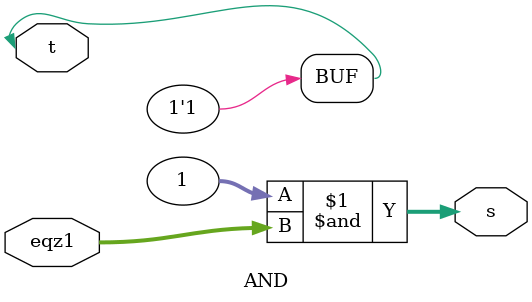
<source format=v>
`timescale 1ns / 1ps
module AND(s,eqz1,t);
input [31:0]eqz1;
input t;
output reg [31:0] s;
assign t=1;
assign s=1&eqz1;
endmodule  

</source>
